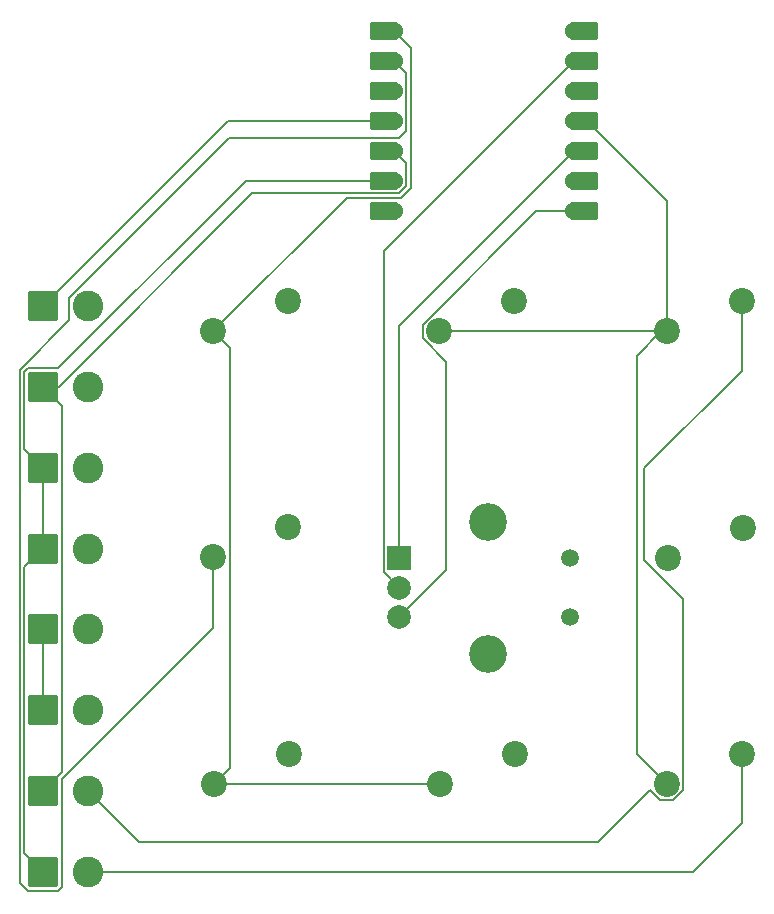
<source format=gbr>
%TF.GenerationSoftware,KiCad,Pcbnew,9.0.2*%
%TF.CreationDate,2025-07-10T09:42:35-04:00*%
%TF.ProjectId,hackpad,6861636b-7061-4642-9e6b-696361645f70,rev?*%
%TF.SameCoordinates,Original*%
%TF.FileFunction,Copper,L1,Top*%
%TF.FilePolarity,Positive*%
%FSLAX46Y46*%
G04 Gerber Fmt 4.6, Leading zero omitted, Abs format (unit mm)*
G04 Created by KiCad (PCBNEW 9.0.2) date 2025-07-10 09:42:35*
%MOMM*%
%LPD*%
G01*
G04 APERTURE LIST*
G04 Aperture macros list*
%AMRoundRect*
0 Rectangle with rounded corners*
0 $1 Rounding radius*
0 $2 $3 $4 $5 $6 $7 $8 $9 X,Y pos of 4 corners*
0 Add a 4 corners polygon primitive as box body*
4,1,4,$2,$3,$4,$5,$6,$7,$8,$9,$2,$3,0*
0 Add four circle primitives for the rounded corners*
1,1,$1+$1,$2,$3*
1,1,$1+$1,$4,$5*
1,1,$1+$1,$6,$7*
1,1,$1+$1,$8,$9*
0 Add four rect primitives between the rounded corners*
20,1,$1+$1,$2,$3,$4,$5,0*
20,1,$1+$1,$4,$5,$6,$7,0*
20,1,$1+$1,$6,$7,$8,$9,0*
20,1,$1+$1,$8,$9,$2,$3,0*%
G04 Aperture macros list end*
%TA.AperFunction,ComponentPad*%
%ADD10RoundRect,0.250000X-1.050000X-1.050000X1.050000X-1.050000X1.050000X1.050000X-1.050000X1.050000X0*%
%TD*%
%TA.AperFunction,ComponentPad*%
%ADD11C,2.600000*%
%TD*%
%TA.AperFunction,ComponentPad*%
%ADD12C,2.200000*%
%TD*%
%TA.AperFunction,SMDPad,CuDef*%
%ADD13RoundRect,0.152400X1.063600X0.609600X-1.063600X0.609600X-1.063600X-0.609600X1.063600X-0.609600X0*%
%TD*%
%TA.AperFunction,ComponentPad*%
%ADD14C,1.524000*%
%TD*%
%TA.AperFunction,SMDPad,CuDef*%
%ADD15RoundRect,0.152400X-1.063600X-0.609600X1.063600X-0.609600X1.063600X0.609600X-1.063600X0.609600X0*%
%TD*%
%TA.AperFunction,ComponentPad*%
%ADD16C,1.500000*%
%TD*%
%TA.AperFunction,ComponentPad*%
%ADD17R,2.000000X2.000000*%
%TD*%
%TA.AperFunction,ComponentPad*%
%ADD18C,2.000000*%
%TD*%
%TA.AperFunction,ComponentPad*%
%ADD19C,3.200000*%
%TD*%
%TA.AperFunction,Conductor*%
%ADD20C,0.200000*%
%TD*%
G04 APERTURE END LIST*
D10*
%TO.P,D8,1,K*%
%TO.N,row2*%
X142370000Y-82410000D03*
D11*
%TO.P,D8,2,A*%
%TO.N,Net-(D8-A)*%
X146180000Y-82410000D03*
%TD*%
D10*
%TO.P,D4,1,K*%
%TO.N,row1*%
X142370000Y-61860000D03*
D11*
%TO.P,D4,2,A*%
%TO.N,Net-(D4-A)*%
X146180000Y-61860000D03*
%TD*%
D12*
%TO.P,SW7,1,1*%
%TO.N,Net-(D10-A)*%
X201490000Y-54640000D03*
%TO.P,SW7,2,2*%
%TO.N,col2*%
X195140000Y-57180000D03*
%TD*%
D13*
%TO.P,U1,1,GPIO26/ADC0/A0*%
%TO.N,col0*%
X171225000Y-31720000D03*
D14*
X172060000Y-31720000D03*
D13*
%TO.P,U1,2,GPIO27/ADC1/A1*%
%TO.N,col1*%
X171225000Y-34260000D03*
D14*
X172060000Y-34260000D03*
D13*
%TO.P,U1,3,GPIO28/ADC2/A2*%
%TO.N,unconnected-(U1-GPIO28{slash}ADC2{slash}A2-Pad3)*%
X171225000Y-36800000D03*
D14*
X172060000Y-36800000D03*
D13*
%TO.P,U1,4,GPIO29/ADC3/A3*%
%TO.N,row2*%
X171225000Y-39340000D03*
D14*
X172060000Y-39340000D03*
D13*
%TO.P,U1,5,GPIO6/SDA*%
%TO.N,row1*%
X171225000Y-41880000D03*
D14*
X172060000Y-41880000D03*
D13*
%TO.P,U1,6,GPIO7/SCL*%
%TO.N,row0*%
X171225000Y-44420000D03*
D14*
X172060000Y-44420000D03*
D13*
%TO.P,U1,7,GPIO0/TX*%
%TO.N,unconnected-(U1-GPIO0{slash}TX-Pad7)*%
X171225000Y-46960000D03*
D14*
X172060000Y-46960000D03*
%TO.P,U1,8,GPIO1/RX*%
%TO.N,Net-(U1-GPIO1{slash}RX)*%
X187300000Y-46960000D03*
D15*
X188135000Y-46960000D03*
D14*
%TO.P,U1,9,GPIO2/SCK*%
%TO.N,unconnected-(U1-GPIO2{slash}SCK-Pad9)*%
X187300000Y-44420000D03*
D15*
X188135000Y-44420000D03*
D14*
%TO.P,U1,10,GPIO4/MISO*%
%TO.N,Net-(U1-GPIO4{slash}MISO)*%
X187300000Y-41880000D03*
D15*
X188135000Y-41880000D03*
D14*
%TO.P,U1,11,GPIO3/MOSI*%
%TO.N,col2*%
X187300000Y-39340000D03*
D15*
X188135000Y-39340000D03*
D14*
%TO.P,U1,12,3V3*%
%TO.N,unconnected-(U1-3V3-Pad12)*%
X187300000Y-36800000D03*
D15*
X188135000Y-36800000D03*
D14*
%TO.P,U1,13,GND*%
%TO.N,GND*%
X187300000Y-34260000D03*
D15*
X188135000Y-34260000D03*
D14*
%TO.P,U1,14,VBUS*%
%TO.N,+5V*%
X187300000Y-31720000D03*
D15*
X188135000Y-31720000D03*
%TD*%
D12*
%TO.P,SW2,1,1*%
%TO.N,Net-(D8-A)*%
X163110000Y-73780000D03*
%TO.P,SW2,2,2*%
%TO.N,col1*%
X156760000Y-76320000D03*
%TD*%
D10*
%TO.P,D11,1,K*%
%TO.N,row0*%
X142370000Y-102960000D03*
D11*
%TO.P,D11,2,A*%
%TO.N,Net-(D11-A)*%
X146180000Y-102960000D03*
%TD*%
D12*
%TO.P,SW10,1,1*%
%TO.N,Net-(D6-A)*%
X201580000Y-73860000D03*
%TO.P,SW10,2,2*%
%TO.N,col1*%
X195230000Y-76400000D03*
%TD*%
D10*
%TO.P,D6,1,K*%
%TO.N,row0*%
X142370000Y-75560000D03*
D11*
%TO.P,D6,2,A*%
%TO.N,Net-(D6-A)*%
X146180000Y-75560000D03*
%TD*%
D10*
%TO.P,D5,1,K*%
%TO.N,row0*%
X142370000Y-68710000D03*
D11*
%TO.P,D5,2,A*%
%TO.N,Net-(D5-A)*%
X146180000Y-68710000D03*
%TD*%
D10*
%TO.P,D3,1,K*%
%TO.N,row2*%
X142370000Y-55010000D03*
D11*
%TO.P,D3,2,A*%
%TO.N,Net-(D3-A)*%
X146180000Y-55010000D03*
%TD*%
D10*
%TO.P,D9,1,K*%
%TO.N,row2*%
X142370000Y-89260000D03*
D11*
%TO.P,D9,2,A*%
%TO.N,Net-(D9-A)*%
X146180000Y-89260000D03*
%TD*%
D12*
%TO.P,SW5,1,1*%
%TO.N,Net-(D4-A)*%
X163140000Y-92990000D03*
%TO.P,SW5,2,2*%
%TO.N,col0*%
X156790000Y-95530000D03*
%TD*%
D10*
%TO.P,D10,1,K*%
%TO.N,row1*%
X142370000Y-96110000D03*
D11*
%TO.P,D10,2,A*%
%TO.N,Net-(D10-A)*%
X146180000Y-96110000D03*
%TD*%
D12*
%TO.P,SW1,1,1*%
%TO.N,Net-(D3-A)*%
X163110000Y-54640000D03*
%TO.P,SW1,2,2*%
%TO.N,col0*%
X156760000Y-57180000D03*
%TD*%
%TO.P,SW9,1,1*%
%TO.N,Net-(D5-A)*%
X182270000Y-92930000D03*
%TO.P,SW9,2,2*%
%TO.N,col0*%
X175920000Y-95470000D03*
%TD*%
%TO.P,SW11,1,1*%
%TO.N,Net-(D11-A)*%
X201490000Y-92920000D03*
%TO.P,SW11,2,2*%
%TO.N,col2*%
X195140000Y-95460000D03*
%TD*%
%TO.P,SW3,1,1*%
%TO.N,Net-(D9-A)*%
X182240000Y-54640000D03*
%TO.P,SW3,2,2*%
%TO.N,col2*%
X175890000Y-57180000D03*
%TD*%
D16*
%TO.P,SW4,*%
%TO.N,*%
X186995000Y-76380000D03*
X186995000Y-81380000D03*
D17*
%TO.P,SW4,A,A*%
%TO.N,Net-(U1-GPIO4{slash}MISO)*%
X172495000Y-76380000D03*
D18*
%TO.P,SW4,B,B*%
%TO.N,Net-(U1-GPIO1{slash}RX)*%
X172495000Y-81380000D03*
%TO.P,SW4,C,C*%
%TO.N,GND*%
X172495000Y-78880000D03*
D19*
%TO.P,SW4,MP*%
%TO.N,N/C*%
X179995000Y-73280000D03*
X179995000Y-84480000D03*
%TD*%
D20*
%TO.N,row2*%
X142370000Y-89260000D02*
X142370000Y-82410000D01*
X172060000Y-39340000D02*
X158040000Y-39340000D01*
X158040000Y-39340000D02*
X142370000Y-55010000D01*
%TO.N,GND*%
X172495000Y-78880000D02*
X171194000Y-77579000D01*
X171194000Y-50366000D02*
X187300000Y-34260000D01*
X171194000Y-77579000D02*
X171194000Y-50366000D01*
%TO.N,row1*%
X142370000Y-96110000D02*
X143971000Y-94509000D01*
X173123000Y-44860310D02*
X172500310Y-45483000D01*
X172060000Y-41880000D02*
X173123000Y-42943000D01*
X143971000Y-63461000D02*
X142370000Y-61860000D01*
X173123000Y-42943000D02*
X173123000Y-44860310D01*
X160047000Y-45483000D02*
X143670000Y-61860000D01*
X172500310Y-45483000D02*
X160047000Y-45483000D01*
X143971000Y-94509000D02*
X143971000Y-63461000D01*
X143670000Y-61860000D02*
X142370000Y-61860000D01*
%TO.N,Net-(U1-GPIO1{slash}RX)*%
X174489000Y-57760314D02*
X174489000Y-56599686D01*
X174489000Y-56599686D02*
X184128686Y-46960000D01*
X176470314Y-59741628D02*
X174489000Y-57760314D01*
X172495000Y-81380000D02*
X176470314Y-77404686D01*
X184128686Y-46960000D02*
X187300000Y-46960000D01*
X176470314Y-77404686D02*
X176470314Y-59741628D01*
%TO.N,Net-(U1-GPIO4{slash}MISO)*%
X172495000Y-76380000D02*
X172495000Y-56685000D01*
X172495000Y-56685000D02*
X187300000Y-41880000D01*
%TO.N,row0*%
X159494160Y-44420000D02*
X143655160Y-60259000D01*
X141084840Y-60259000D02*
X140769000Y-60574840D01*
X140769000Y-67109000D02*
X142370000Y-68710000D01*
X140769000Y-60574840D02*
X140769000Y-67109000D01*
X142370000Y-102960000D02*
X140769000Y-101359000D01*
X140769000Y-77161000D02*
X142370000Y-75560000D01*
X140769000Y-101359000D02*
X140769000Y-77161000D01*
X172060000Y-44420000D02*
X159494160Y-44420000D01*
X142370000Y-68710000D02*
X142370000Y-75560000D01*
X143655160Y-60259000D02*
X141084840Y-60259000D01*
%TO.N,Net-(D10-A)*%
X195720314Y-96861000D02*
X196541000Y-96040314D01*
X201490000Y-60504816D02*
X201490000Y-54640000D01*
X196541000Y-96040314D02*
X196541000Y-79822530D01*
X193260000Y-68734816D02*
X201490000Y-60504816D01*
X196541000Y-79822530D02*
X193260000Y-76541530D01*
X150491000Y-100421000D02*
X189358314Y-100421000D01*
X193260000Y-76541530D02*
X193260000Y-68734816D01*
X194559686Y-96861000D02*
X195720314Y-96861000D01*
X193739000Y-96040314D02*
X194559686Y-96861000D01*
X146180000Y-96110000D02*
X150491000Y-100421000D01*
X189358314Y-100421000D02*
X193739000Y-96040314D01*
%TO.N,Net-(D11-A)*%
X197371530Y-102960000D02*
X201490000Y-98841530D01*
X201490000Y-98841530D02*
X201490000Y-92920000D01*
X146180000Y-102960000D02*
X197371530Y-102960000D01*
%TO.N,col0*%
X175860000Y-95530000D02*
X175920000Y-95470000D01*
X173524000Y-33184000D02*
X173524000Y-45026410D01*
X158161000Y-94159000D02*
X156790000Y-95530000D01*
X168056000Y-45884000D02*
X156760000Y-57180000D01*
X172060000Y-31720000D02*
X173524000Y-33184000D01*
X173524000Y-45026410D02*
X172666410Y-45884000D01*
X172666410Y-45884000D02*
X168056000Y-45884000D01*
X156760000Y-57180000D02*
X158161000Y-58581000D01*
X158161000Y-58581000D02*
X158161000Y-94159000D01*
X156790000Y-95530000D02*
X175860000Y-95530000D01*
%TO.N,col1*%
X156760000Y-82287100D02*
X156760000Y-76320000D01*
X144579000Y-56197740D02*
X140368000Y-60408740D01*
X143971000Y-104245160D02*
X143971000Y-95076100D01*
X144579000Y-54346844D02*
X144579000Y-56197740D01*
X158108844Y-40817000D02*
X144579000Y-54346844D01*
X172500310Y-40817000D02*
X158108844Y-40817000D01*
X140368000Y-103844160D02*
X141084840Y-104561000D01*
X140368000Y-60408740D02*
X140368000Y-103844160D01*
X173123000Y-35323000D02*
X173123000Y-40194310D01*
X143655160Y-104561000D02*
X143971000Y-104245160D01*
X141084840Y-104561000D02*
X143655160Y-104561000D01*
X173123000Y-40194310D02*
X172500310Y-40817000D01*
X143971000Y-95076100D02*
X156760000Y-82287100D01*
X172060000Y-34260000D02*
X173123000Y-35323000D01*
%TO.N,col2*%
X194711530Y-57180000D02*
X195140000Y-57180000D01*
X195140000Y-57180000D02*
X195140000Y-46102370D01*
X195140000Y-57180000D02*
X175890000Y-57180000D01*
X192669000Y-92989000D02*
X192669000Y-59222530D01*
X195140000Y-46102370D02*
X188377630Y-39340000D01*
X195140000Y-95460000D02*
X192669000Y-92989000D01*
X188377630Y-39340000D02*
X187300000Y-39340000D01*
X192669000Y-59222530D02*
X194711530Y-57180000D01*
%TD*%
M02*

</source>
